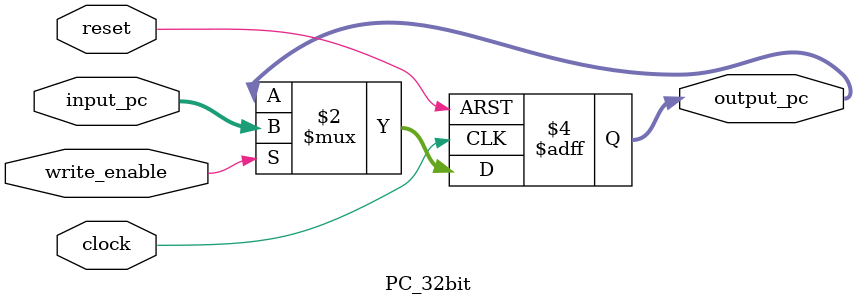
<source format=v>

module PC_32bit (
    input             clock,        // Señal de reloj
    input             reset,        // Señal de reset (asíncrono)
    input             write_enable, // Habilitación de escritura
    input      [31:0] input_pc,     // Entrada del PC (para saltos)
    output reg [31:0] output_pc     // Salida del PC actual
);

    // Registro del PC con reset asíncrono
    always @(posedge clock or posedge reset) begin
        if (reset) begin
            output_pc <= 32'd0;  // Reset a dirección 0
        end else if (write_enable) begin
            output_pc <= input_pc;  // Cargar nuevo valor del PC
        end
        // Si write_enable = 0, mantiene el valor actual
    end

endmodule
</source>
